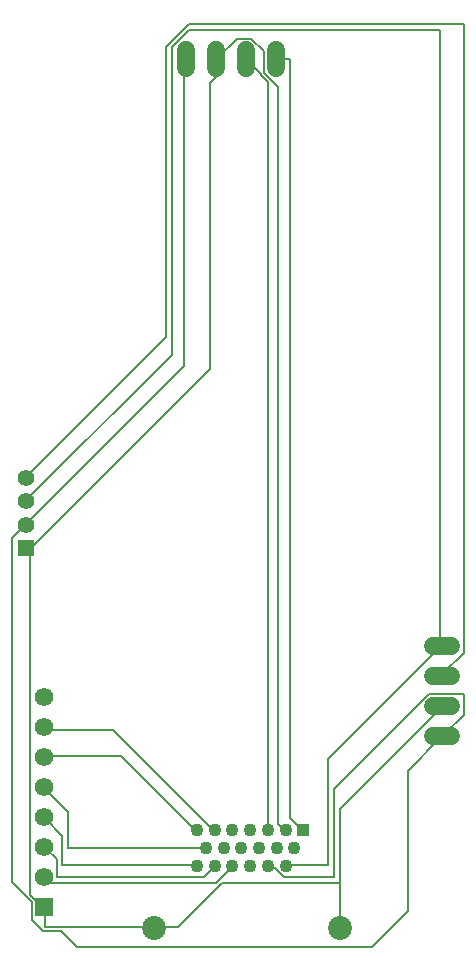
<source format=gbr>
G04 EAGLE Gerber RS-274X export*
G75*
%MOMM*%
%FSLAX34Y34*%
%LPD*%
%INBottom Copper*%
%IPPOS*%
%AMOC8*
5,1,8,0,0,1.08239X$1,22.5*%
G01*
G04 Define Apertures*
%ADD10C,1.524000*%
%ADD11C,1.088000*%
%ADD12C,2.025000*%
%ADD13R,1.088000X1.088000*%
%ADD14R,1.560000X1.560000*%
%ADD15C,1.560000*%
%ADD16R,1.408000X1.408000*%
%ADD17C,1.408000*%
%ADD18C,0.152400*%
D10*
X396740Y189400D02*
X381500Y189400D01*
X381500Y214800D02*
X396740Y214800D01*
X396740Y240200D02*
X381500Y240200D01*
X381500Y265600D02*
X396740Y265600D01*
D11*
X226434Y79570D03*
X241434Y79570D03*
X256434Y79570D03*
X211434Y79570D03*
X196434Y79570D03*
X181434Y79570D03*
X233934Y94570D03*
X248934Y94570D03*
X263934Y94570D03*
X218934Y94570D03*
X203934Y94570D03*
X188934Y94570D03*
X226434Y109570D03*
X241434Y109570D03*
X256434Y109570D03*
X211434Y109570D03*
X196434Y109570D03*
X181434Y109570D03*
D12*
X145434Y26570D03*
X302434Y26570D03*
D13*
X271434Y109570D03*
D14*
X51860Y44700D03*
D15*
X51860Y70100D03*
X51860Y95500D03*
X51860Y120900D03*
X51860Y146300D03*
X51860Y171700D03*
X51860Y197100D03*
X51860Y222500D03*
D10*
X172100Y754880D02*
X172100Y770120D01*
X197500Y770120D02*
X197500Y754880D01*
X222900Y754880D02*
X222900Y770120D01*
X248300Y770120D02*
X248300Y754880D01*
D16*
X36800Y348300D03*
D17*
X36800Y368300D03*
X36800Y388300D03*
X36800Y408300D03*
D18*
X242500Y77500D02*
X247500Y77500D01*
X255000Y70000D01*
X297500Y70000D01*
X297500Y145000D01*
X377500Y225000D01*
X407500Y225000D01*
X407500Y207500D01*
X390000Y190000D01*
X241434Y79570D02*
X242500Y77500D01*
X389120Y189400D02*
X390000Y190000D01*
X170000Y502500D02*
X37500Y370000D01*
X170000Y502500D02*
X170000Y762500D01*
X37500Y370000D02*
X36800Y368300D01*
X170000Y762500D02*
X172100Y762500D01*
X387500Y187500D02*
X360000Y160000D01*
X35000Y367500D02*
X25000Y357500D01*
X387500Y187500D02*
X389120Y189400D01*
X36800Y368300D02*
X35000Y367500D01*
X25000Y357500D02*
X25000Y65689D01*
X360000Y41584D02*
X360000Y160000D01*
X41774Y48915D02*
X25000Y65689D01*
X51237Y24452D02*
X66237Y24452D01*
X79767Y10922D01*
X329338Y10922D01*
X360000Y41584D01*
X41774Y48915D02*
X41774Y33915D01*
X51237Y24452D01*
X302500Y127500D02*
X387500Y212500D01*
X302500Y65000D02*
X302500Y27500D01*
X302500Y65000D02*
X302500Y127500D01*
X387500Y212500D02*
X389120Y214800D01*
X302500Y27500D02*
X302434Y26570D01*
X40000Y345000D02*
X37500Y347500D01*
X40000Y345000D02*
X40000Y55000D01*
X50000Y45000D01*
X37500Y347500D02*
X36800Y348300D01*
X50000Y45000D02*
X51860Y44700D01*
X52500Y27500D02*
X145000Y27500D01*
X52500Y27500D02*
X52500Y42500D01*
X145000Y27500D02*
X145434Y26570D01*
X52500Y42500D02*
X51860Y44700D01*
X202500Y65000D02*
X302500Y65000D01*
X202500Y65000D02*
X165000Y27500D01*
X147500Y27500D01*
X145434Y26570D01*
X250000Y115000D02*
X255000Y110000D01*
X256434Y109570D01*
X40800Y348300D02*
X192500Y500000D01*
X40800Y348300D02*
X36800Y348300D01*
X197500Y747500D02*
X197500Y762500D01*
X197500Y747500D02*
X192500Y742500D01*
X192500Y500000D01*
X197500Y762500D02*
X215026Y780026D01*
X227474Y780026D01*
X238394Y769106D01*
X238394Y750777D01*
X250000Y739171D02*
X250000Y115000D01*
X250000Y739171D02*
X238394Y750777D01*
X257500Y80000D02*
X292500Y80000D01*
X292500Y170000D01*
X387500Y265000D01*
X257500Y80000D02*
X256434Y79570D01*
X387500Y265000D02*
X389120Y265600D01*
X160000Y512500D02*
X37500Y390000D01*
X160000Y512500D02*
X160000Y772500D01*
X175000Y787500D01*
X387500Y787500D01*
X387500Y267500D01*
X37500Y390000D02*
X36800Y388300D01*
X387500Y267500D02*
X389120Y265600D01*
X155000Y527500D02*
X37500Y410000D01*
X155000Y527500D02*
X155000Y772500D01*
X175000Y792500D01*
X407500Y792500D01*
X407500Y260000D01*
X390000Y242500D01*
X36800Y408300D02*
X37500Y410000D01*
X390000Y242500D02*
X389120Y240200D01*
X195000Y110000D02*
X110000Y195000D01*
X52500Y195000D01*
X195000Y110000D02*
X196434Y109570D01*
X52500Y195000D02*
X51860Y197100D01*
X117500Y172500D02*
X180000Y110000D01*
X117500Y172500D02*
X52500Y172500D01*
X180000Y110000D02*
X181434Y109570D01*
X52500Y172500D02*
X51860Y171700D01*
X72500Y95000D02*
X187500Y95000D01*
X72500Y95000D02*
X72500Y125000D01*
X52500Y145000D01*
X187500Y95000D02*
X188934Y94570D01*
X52500Y145000D02*
X51860Y146300D01*
X67500Y80000D02*
X180000Y80000D01*
X67500Y80000D02*
X67500Y105000D01*
X52500Y120000D01*
X180000Y80000D02*
X181434Y79570D01*
X52500Y120000D02*
X51860Y120900D01*
X187500Y70000D02*
X195000Y77500D01*
X187500Y70000D02*
X62500Y70000D01*
X62500Y85000D01*
X52500Y95000D01*
X195000Y77500D02*
X196434Y79570D01*
X52500Y95000D02*
X51860Y95500D01*
X197500Y65000D02*
X210000Y77500D01*
X197500Y65000D02*
X52500Y65000D01*
X52500Y70000D01*
X210000Y77500D02*
X211434Y79570D01*
X52500Y70000D02*
X51860Y70100D01*
X235346Y750054D02*
X222900Y762500D01*
X235346Y750054D02*
X235346Y749514D01*
X241434Y743426D01*
X241434Y109570D01*
X260000Y120000D02*
X270000Y110000D01*
X260000Y120000D02*
X260000Y762500D01*
X270000Y110000D02*
X271434Y109570D01*
X260000Y762500D02*
X248300Y762500D01*
M02*

</source>
